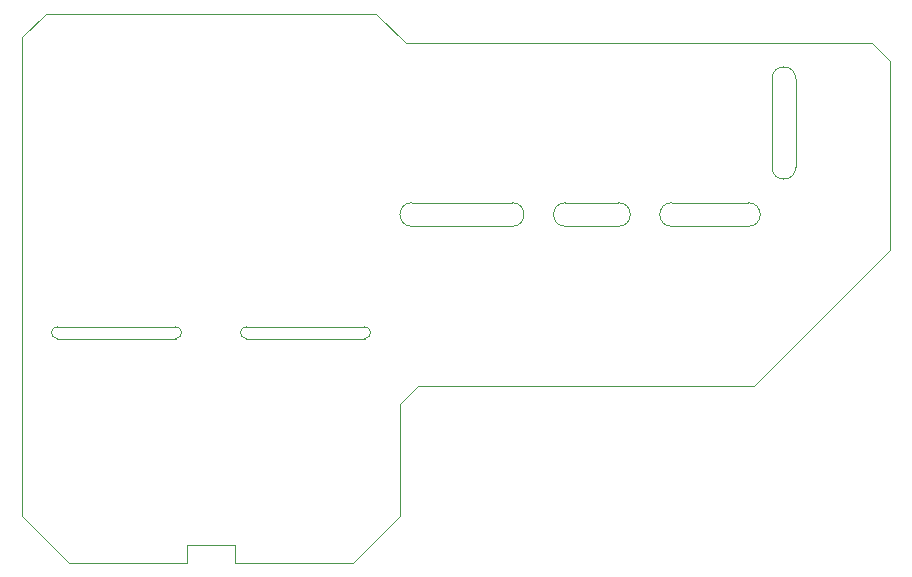
<source format=gbr>
%TF.GenerationSoftware,KiCad,Pcbnew,(5.1.9)-1*%
%TF.CreationDate,2021-03-12T00:34:36-05:00*%
%TF.ProjectId,SummingBoard,53756d6d-696e-4674-926f-6172642e6b69,rev?*%
%TF.SameCoordinates,Original*%
%TF.FileFunction,Paste,Bot*%
%TF.FilePolarity,Positive*%
%FSLAX46Y46*%
G04 Gerber Fmt 4.6, Leading zero omitted, Abs format (unit mm)*
G04 Created by KiCad (PCBNEW (5.1.9)-1) date 2021-03-12 00:34:36*
%MOMM*%
%LPD*%
G01*
G04 APERTURE LIST*
%TA.AperFunction,Profile*%
%ADD10C,0.050000*%
%TD*%
G04 APERTURE END LIST*
D10*
X97000000Y-57000000D02*
X136500000Y-57000000D01*
X94500000Y-54500000D02*
X97000000Y-57000000D01*
X66500000Y-54500000D02*
X94500000Y-54500000D01*
X138000000Y-58500000D02*
X136500000Y-57000000D01*
X138000000Y-74500000D02*
X138000000Y-58500000D01*
X126500000Y-86000000D02*
X138000000Y-74500000D01*
X98000000Y-86000000D02*
X126500000Y-86000000D01*
X96500000Y-87500000D02*
X98000000Y-86000000D01*
X96500000Y-97000000D02*
X96500000Y-87500000D01*
X92500000Y-101000000D02*
X96500000Y-97000000D01*
X86500000Y-101000000D02*
X92500000Y-101000000D01*
X82500000Y-101000000D02*
X86500000Y-101000000D01*
X82500000Y-99500000D02*
X82500000Y-101000000D01*
X78500000Y-99500000D02*
X82500000Y-99500000D01*
X78500000Y-101000000D02*
X78500000Y-99500000D01*
X68500000Y-101000000D02*
X78500000Y-101000000D01*
X64500000Y-97000000D02*
X68500000Y-101000000D01*
X64500000Y-56500000D02*
X64500000Y-97000000D01*
X64500000Y-56500000D02*
X66500000Y-54500000D01*
X110500000Y-72500000D02*
X115000000Y-72500000D01*
X115000000Y-70500000D02*
X110500000Y-70500000D01*
X115000000Y-70500000D02*
G75*
G02*
X115000000Y-72500000I0J-1000000D01*
G01*
X110500000Y-72500000D02*
G75*
G02*
X110500000Y-70500000I0J1000000D01*
G01*
X130000000Y-67500000D02*
X130000000Y-60000000D01*
X128000000Y-60000000D02*
X128000000Y-67500000D01*
X128000000Y-60000000D02*
G75*
G02*
X130000000Y-60000000I1000000J0D01*
G01*
X130000000Y-67500000D02*
G75*
G02*
X128000000Y-67500000I-1000000J0D01*
G01*
X119500000Y-72500000D02*
X126000000Y-72500000D01*
X119500000Y-70500000D02*
X126000000Y-70500000D01*
X106000000Y-72500000D02*
X97500000Y-72500000D01*
X97500000Y-70500000D02*
X106000000Y-70500000D01*
X97500000Y-72500000D02*
G75*
G02*
X97500000Y-70500000I0J1000000D01*
G01*
X106000000Y-70500000D02*
G75*
G02*
X106000000Y-72500000I0J-1000000D01*
G01*
X126000000Y-70500000D02*
G75*
G02*
X126000000Y-72500000I0J-1000000D01*
G01*
X119500000Y-72500000D02*
G75*
G02*
X119500000Y-70500000I0J1000000D01*
G01*
X67500000Y-82000000D02*
G75*
G02*
X67500000Y-81000000I0J500000D01*
G01*
X93500000Y-81000000D02*
G75*
G02*
X93500000Y-82000000I0J-500000D01*
G01*
X83500000Y-82000000D02*
G75*
G02*
X83500000Y-81000000I0J500000D01*
G01*
X77500000Y-81000000D02*
G75*
G02*
X77500000Y-82000000I0J-500000D01*
G01*
X67500000Y-81000000D02*
X77500000Y-81000000D01*
X77500000Y-82000000D02*
X67500000Y-82000000D01*
X93500000Y-82000000D02*
X83500000Y-82000000D01*
X83500000Y-81000000D02*
X93500000Y-81000000D01*
M02*

</source>
